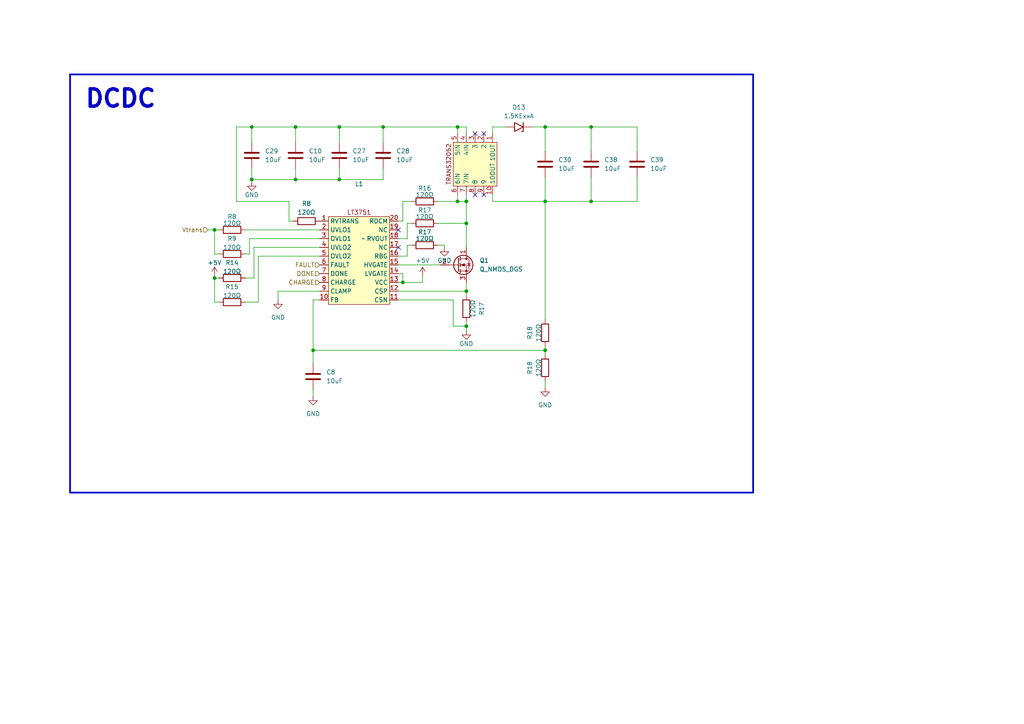
<source format=kicad_sch>
(kicad_sch (version 20230121) (generator eeschema)
  (paper "A4")
  (lib_symbols
    (symbol "DCDC:32052"
      (symbol "32052_1_1"
        (rectangle (start -6.35 7.62) (end 6.35 -5.08) (fill (type background)))
        (text "TRANS32052" (at 0 8.89 0) (effects (font (size 1.27 1.27))))
        (pin input line (at 8.89 -3.81 180) (length 2.54) (name "1OUT") (number "1"))
        (pin input line (at -8.89 -3.81 0) (length 2.54) (name "10OUT") (number "10"))
        (pin input line (at 8.89 -1.27 180) (length 2.54) (name "2") (number "2"))
        (pin input line (at 8.89 1.27 180) (length 2.54) (name "3") (number "3"))
        (pin input line (at 8.89 3.81 180) (length 2.54) (name "4IN") (number "4"))
        (pin input line (at 8.89 6.35 180) (length 2.54) (name "5IN") (number "5"))
        (pin input line (at -8.89 6.35 0) (length 2.54) (name "6IN") (number "6"))
        (pin input line (at -8.89 3.81 0) (length 2.54) (name "7IN") (number "7"))
        (pin input line (at -8.89 1.27 0) (length 2.54) (name "8") (number "8"))
        (pin input line (at -8.89 -1.27 0) (length 2.54) (name "9") (number "9"))
      )
    )
    (symbol "DCDC:LT3751"
      (property "Reference" "L" (at 1.27 6.35 0))
      (symbol "LT3751_1_1"
        (rectangle (start -8.89 12.7) (end 8.89 -12.7) (fill (type background)))
        (text "LT3751" (at 0 13.97 0) (effects (font (size 1.27 1.27))))
        (pin input line (at -11.43 11.43 0) (length 2.54) (name "RVTRANS") (number "1"))
        (pin input line (at -11.43 -11.43 0) (length 2.54) (name "FB") (number "10"))
        (pin input line (at 11.43 -11.43 180) (length 2.54) (name "CSN") (number "11"))
        (pin input line (at 11.43 -8.89 180) (length 2.54) (name "CSP") (number "12"))
        (pin input line (at 11.43 -6.35 180) (length 2.54) (name "VCC") (number "13"))
        (pin input line (at 11.43 -3.81 180) (length 2.54) (name "LVGATE") (number "14"))
        (pin input line (at 11.43 -1.27 180) (length 2.54) (name "HVGATE") (number "15"))
        (pin input line (at 11.43 1.27 180) (length 2.54) (name "RBG") (number "16"))
        (pin input line (at 11.43 3.81 180) (length 2.54) (name "NC") (number "17"))
        (pin input line (at 11.43 6.35 180) (length 2.54) (name "RVOUT") (number "18"))
        (pin input line (at 11.43 8.89 180) (length 2.54) (name "NC") (number "19"))
        (pin input line (at -11.43 8.89 0) (length 2.54) (name "UVLO1") (number "2"))
        (pin input line (at 11.43 11.43 180) (length 2.54) (name "RDCM") (number "20"))
        (pin input line (at -11.43 6.35 0) (length 2.54) (name "OVLO1") (number "3"))
        (pin input line (at -11.43 3.81 0) (length 2.54) (name "UVLO2") (number "4"))
        (pin input line (at -11.43 1.27 0) (length 2.54) (name "OVLO2") (number "5"))
        (pin input line (at -11.43 -1.27 0) (length 2.54) (name "FAULT") (number "6"))
        (pin input line (at -11.43 -3.81 0) (length 2.54) (name "DONE") (number "7"))
        (pin input line (at -11.43 -6.35 0) (length 2.54) (name "CHARGE") (number "8"))
        (pin input line (at -11.43 -8.89 0) (length 2.54) (name "CLAMP") (number "9"))
      )
    )
    (symbol "Device:C" (pin_numbers hide) (pin_names (offset 0.254))
      (property "Reference" "C" (at 0.635 2.54 0))
      (property "Value" "C" (at 0.635 -2.54 0))
      (symbol "C_0_1"
        (polyline (pts (xy -2.032 -0.762) (xy 2.032 -0.762)) (stroke (width 0.508)))
        (polyline (pts (xy -2.032 0.762) (xy 2.032 0.762)) (stroke (width 0.508)))
      )
      (symbol "C_1_1"
        (pin passive line (at 0 3.81 270) (length 2.794) (name "~") (number "1"))
        (pin passive line (at 0 -3.81 90) (length 2.794) (name "~") (number "2"))
      )
    )
    (symbol "Device:Q_NMOS_DGS" (pin_names (offset 0) hide)
      (property "Reference" "Q" (at 5.08 1.27 0))
      (property "Value" "Q_NMOS_DGS" (at 5.08 -1.27 0))
      (symbol "Q_NMOS_DGS_0_1"
        (polyline (pts (xy 0.254 0) (xy -2.54 0)))
        (polyline (pts (xy 0.254 1.905) (xy 0.254 -1.905)) (stroke (width 0.254)))
        (polyline (pts (xy 0.762 -1.27) (xy 0.762 -2.286)) (stroke (width 0.254)))
        (polyline (pts (xy 0.762 0.508) (xy 0.762 -0.508)) (stroke (width 0.254)))
        (polyline (pts (xy 0.762 2.286) (xy 0.762 1.27)) (stroke (width 0.254)))
        (polyline (pts (xy 2.54 2.54) (xy 2.54 1.778)))
        (polyline (pts (xy 2.54 -2.54) (xy 2.54 0) (xy 0.762 0)))
        (polyline (pts (xy 0.762 -1.778) (xy 3.302 -1.778) (xy 3.302 1.778) (xy 0.762 1.778)))
        (polyline (pts (xy 1.016 0) (xy 2.032 0.381) (xy 2.032 -0.381) (xy 1.016 0)) (fill (type outline)))
        (polyline (pts (xy 2.794 0.508) (xy 2.921 0.381) (xy 3.683 0.381) (xy 3.81 0.254)))
        (polyline (pts (xy 3.302 0.381) (xy 2.921 -0.254) (xy 3.683 -0.254) (xy 3.302 0.381)))
        (circle (center 1.651 0) (radius 2.794) (stroke (width 0.254)))
        (circle (center 2.54 -1.778) (radius 0.254) (fill (type outline)))
        (circle (center 2.54 1.778) (radius 0.254) (fill (type outline)))
      )
      (symbol "Q_NMOS_DGS_1_1"
        (pin passive line (at 2.54 5.08 270) (length 2.54) (name "D") (number "1"))
        (pin input line (at -5.08 0 0) (length 2.54) (name "G") (number "2"))
        (pin passive line (at 2.54 -5.08 90) (length 2.54) (name "S") (number "3"))
      )
    )
    (symbol "Device:R" (pin_numbers hide) (pin_names (offset 0))
      (property "Reference" "R" (at 2.032 0 90))
      (property "Value" "R" (at 0 0 90))
      (symbol "R_0_1"
        (rectangle (start -1.016 -2.54) (end 1.016 2.54) (stroke (width 0.254)))
      )
      (symbol "R_1_1"
        (pin passive line (at 0 3.81 270) (length 1.27) (name "~") (number "1"))
        (pin passive line (at 0 -3.81 90) (length 1.27) (name "~") (number "2"))
      )
    )
    (symbol "Diode:1.5KExxA" (pin_numbers hide) (pin_names (offset 1.016) hide)
      (property "Reference" "D" (at 0 2.54 0))
      (property "Value" "1.5KExxA" (at 0 -2.54 0))
      (symbol "1.5KExxA_0_1"
        (polyline (pts (xy -0.762 1.27) (xy -1.27 1.27) (xy -1.27 -1.27)) (stroke (width 0.254)))
        (polyline (pts (xy 1.27 1.27) (xy 1.27 -1.27) (xy -1.27 0) (xy 1.27 1.27)) (stroke (width 0.254)))
      )
      (symbol "1.5KExxA_1_1"
        (pin passive line (at -3.81 0 0) (length 2.54) (name "A1") (number "1"))
        (pin passive line (at 3.81 0 180) (length 2.54) (name "A2") (number "2"))
      )
    )
    (symbol "power:+5V" (power) (pin_names (offset 0))
      (property "Value" "+5V" (at 0 3.556 0))
      (symbol "+5V_0_1"
        (polyline (pts (xy -0.762 1.27) (xy 0 2.54)))
        (polyline (pts (xy 0 0) (xy 0 2.54)))
        (polyline (pts (xy 0 2.54) (xy 0.762 1.27)))
      )
      (symbol "+5V_1_1"
        (pin power_in line (at 0 0 90) (length 0) hide (name "+5V") (number "1"))
      )
    )
    (symbol "power:GND" (power) (pin_names (offset 0))
      (property "Value" "GND" (at 0 -3.81 0))
      (symbol "GND_0_1"
        (polyline (pts (xy 0 0) (xy 0 -1.27) (xy 1.27 -1.27) (xy 0 -2.54) (xy -1.27 -1.27) (xy 0 -1.27)))
      )
      (symbol "GND_1_1"
        (pin power_in line (at 0 0 270) (length 0) hide (name "GND") (number "1"))
      )
    )
  )
  (junction (at 158.115 58.42))
  (junction (at 85.725 36.83))
  (junction (at 116.84 81.915))
  (junction (at 62.23 66.675))
  (junction (at 171.45 36.83))
  (junction (at 98.425 52.07))
  (junction (at 135.255 94.615))
  (junction (at 73.025 36.83))
  (junction (at 132.715 36.83))
  (junction (at 158.115 36.83))
  (junction (at 73.025 52.07))
  (junction (at 135.255 84.455))
  (junction (at 135.255 58.42))
  (junction (at 62.23 80.645))
  (junction (at 90.805 101.6))
  (junction (at 158.115 101.6))
  (junction (at 135.255 64.77))
  (junction (at 111.125 36.83))
  (junction (at 85.725 52.07))
  (junction (at 132.715 58.42))
  (junction (at 98.425 36.83))
  (junction (at 171.45 58.42))
  (no_connect (at 115.57 66.675))
  (no_connect (at 115.57 71.755))
  (no_connect (at 140.335 56.515))
  (no_connect (at 137.795 56.515))
  (no_connect (at 140.335 38.735))
  (no_connect (at 137.795 38.735))
  (wire (pts (xy 98.425 52.07) (xy 85.725 52.07)))
  (wire (pts (xy 184.785 58.42) (xy 171.45 58.42)))
  (wire (pts (xy 85.725 36.83) (xy 98.425 36.83)))
  (wire (pts (xy 116.84 58.42) (xy 119.38 58.42)))
  (wire (pts (xy 62.23 73.66) (xy 63.5 73.66)))
  (wire (pts (xy 132.715 58.42) (xy 135.255 58.42)))
  (wire (pts (xy 135.255 84.455) (xy 135.255 81.915)))
  (wire (pts (xy 118.11 64.77) (xy 118.11 69.215)))
  (wire (pts (xy 111.125 36.83) (xy 111.125 41.275)))
  (wire (pts (xy 158.115 36.83) (xy 158.115 43.815)))
  (wire (pts (xy 98.425 48.895) (xy 98.425 52.07)))
  (wire (pts (xy 131.445 94.615) (xy 135.255 94.615)))
  (wire (pts (xy 122.555 81.915) (xy 116.84 81.915)))
  (wire (pts (xy 72.39 73.66) (xy 71.12 73.66)))
  (wire (pts (xy 158.115 101.6) (xy 158.115 102.87)))
  (wire (pts (xy 74.93 74.295) (xy 74.93 87.63)))
  (wire (pts (xy 127 58.42) (xy 132.715 58.42)))
  (wire (pts (xy 171.45 58.42) (xy 158.115 58.42)))
  (wire (pts (xy 62.23 80.645) (xy 63.5 80.645)))
  (wire (pts (xy 73.025 52.705) (xy 73.025 52.07)))
  (wire (pts (xy 83.82 58.42) (xy 83.82 64.135)))
  (wire (pts (xy 142.875 58.42) (xy 158.115 58.42)))
  (wire (pts (xy 135.255 36.83) (xy 132.715 36.83)))
  (wire (pts (xy 184.785 36.83) (xy 184.785 43.815)))
  (wire (pts (xy 85.725 52.07) (xy 85.725 48.895)))
  (wire (pts (xy 127 71.12) (xy 128.905 71.12)))
  (wire (pts (xy 74.93 87.63) (xy 71.12 87.63)))
  (wire (pts (xy 135.255 84.455) (xy 135.255 85.725)))
  (wire (pts (xy 122.555 80.01) (xy 122.555 81.915)))
  (wire (pts (xy 118.11 69.215) (xy 115.57 69.215)))
  (wire (pts (xy 62.23 80.645) (xy 62.23 87.63)))
  (wire (pts (xy 115.57 79.375) (xy 116.84 79.375)))
  (wire (pts (xy 131.445 86.995) (xy 131.445 94.615)))
  (wire (pts (xy 115.57 64.135) (xy 116.84 64.135)))
  (wire (pts (xy 90.805 101.6) (xy 90.805 105.41)))
  (wire (pts (xy 115.57 84.455) (xy 135.255 84.455)))
  (wire (pts (xy 71.12 80.645) (xy 73.66 80.645)))
  (wire (pts (xy 116.84 81.915) (xy 115.57 81.915)))
  (wire (pts (xy 142.875 56.515) (xy 142.875 58.42)))
  (wire (pts (xy 72.39 69.215) (xy 92.71 69.215)))
  (wire (pts (xy 98.425 36.83) (xy 111.125 36.83)))
  (wire (pts (xy 118.11 64.77) (xy 119.38 64.77)))
  (wire (pts (xy 60.325 66.675) (xy 62.23 66.675)))
  (wire (pts (xy 135.255 38.735) (xy 135.255 36.83)))
  (wire (pts (xy 132.715 36.83) (xy 132.715 38.735)))
  (wire (pts (xy 128.905 71.12) (xy 128.905 71.755)))
  (wire (pts (xy 135.255 64.77) (xy 135.255 71.755)))
  (wire (pts (xy 116.84 79.375) (xy 116.84 81.915)))
  (wire (pts (xy 184.785 51.435) (xy 184.785 58.42)))
  (wire (pts (xy 111.125 52.07) (xy 111.125 48.895)))
  (wire (pts (xy 116.84 64.135) (xy 116.84 58.42)))
  (wire (pts (xy 80.645 86.995) (xy 80.645 84.455)))
  (wire (pts (xy 154.305 36.83) (xy 158.115 36.83)))
  (wire (pts (xy 115.57 76.835) (xy 127.635 76.835)))
  (wire (pts (xy 73.66 80.645) (xy 73.66 71.755)))
  (wire (pts (xy 68.58 58.42) (xy 68.58 36.83)))
  (wire (pts (xy 83.82 64.135) (xy 85.09 64.135)))
  (wire (pts (xy 85.725 36.83) (xy 85.725 41.275)))
  (wire (pts (xy 118.11 71.12) (xy 119.38 71.12)))
  (wire (pts (xy 158.115 110.49) (xy 158.115 112.395)))
  (wire (pts (xy 80.645 84.455) (xy 92.71 84.455)))
  (wire (pts (xy 68.58 36.83) (xy 73.025 36.83)))
  (wire (pts (xy 73.025 48.895) (xy 73.025 52.07)))
  (wire (pts (xy 90.805 86.995) (xy 92.71 86.995)))
  (wire (pts (xy 62.23 80.01) (xy 62.23 80.645)))
  (wire (pts (xy 135.255 58.42) (xy 135.255 56.515)))
  (wire (pts (xy 142.875 38.735) (xy 142.875 36.83)))
  (wire (pts (xy 132.715 56.515) (xy 132.715 58.42)))
  (wire (pts (xy 115.57 86.995) (xy 131.445 86.995)))
  (wire (pts (xy 72.39 69.215) (xy 72.39 73.66)))
  (wire (pts (xy 135.255 58.42) (xy 135.255 64.77)))
  (wire (pts (xy 71.12 66.675) (xy 92.71 66.675)))
  (wire (pts (xy 62.23 66.675) (xy 63.5 66.675)))
  (wire (pts (xy 111.125 36.83) (xy 132.715 36.83)))
  (wire (pts (xy 158.115 36.83) (xy 171.45 36.83)))
  (wire (pts (xy 62.23 87.63) (xy 63.5 87.63)))
  (wire (pts (xy 158.115 58.42) (xy 158.115 51.435)))
  (wire (pts (xy 171.45 51.435) (xy 171.45 58.42)))
  (wire (pts (xy 135.255 93.345) (xy 135.255 94.615)))
  (wire (pts (xy 142.875 36.83) (xy 146.685 36.83)))
  (wire (pts (xy 135.255 94.615) (xy 135.255 95.885)))
  (wire (pts (xy 115.57 74.295) (xy 118.11 74.295)))
  (wire (pts (xy 158.115 100.33) (xy 158.115 101.6)))
  (wire (pts (xy 73.025 52.07) (xy 85.725 52.07)))
  (wire (pts (xy 62.23 66.675) (xy 62.23 73.66)))
  (wire (pts (xy 90.805 113.03) (xy 90.805 114.935)))
  (wire (pts (xy 73.66 71.755) (xy 92.71 71.755)))
  (wire (pts (xy 74.93 74.295) (xy 92.71 74.295)))
  (wire (pts (xy 98.425 36.83) (xy 98.425 41.275)))
  (wire (pts (xy 127 64.77) (xy 135.255 64.77)))
  (wire (pts (xy 90.805 86.995) (xy 90.805 101.6)))
  (wire (pts (xy 83.82 58.42) (xy 68.58 58.42)))
  (wire (pts (xy 158.115 58.42) (xy 158.115 92.71)))
  (wire (pts (xy 171.45 36.83) (xy 171.45 43.815)))
  (wire (pts (xy 90.805 101.6) (xy 158.115 101.6)))
  (wire (pts (xy 118.11 74.295) (xy 118.11 71.12)))
  (wire (pts (xy 98.425 52.07) (xy 111.125 52.07)))
  (wire (pts (xy 171.45 36.83) (xy 184.785 36.83)))
  (wire (pts (xy 73.025 41.275) (xy 73.025 36.83)))
  (wire (pts (xy 73.025 36.83) (xy 85.725 36.83)))
  (text_box "DCDC" (at 20.32 21.59 0) (size 198.12 121.285) (stroke (width 0.5)) (effects (font (size 5 5) (thickness 1) bold) (justify left top)))
  (hierarchical_label "CHARGE" (shape input) (at 92.71 81.915 180))
  (hierarchical_label "FAULT" (shape input) (at 92.71 76.835 180))
  (hierarchical_label "Vtrans" (shape input) (at 60.325 66.675 180))
  (hierarchical_label "DONE" (shape input) (at 92.71 79.375 180))
  (symbol (lib_id "power:GND") (at 128.905 71.755 0) (unit 1)
    (property "Reference" "#PWR03" (effects hide))
    (property "Value" "GND" (at 128.905 75.565 0))
    (instances (project "231107_ssl_subboard_v1.0" (path "" (reference "#PWR03") (unit 1)) (path "" (reference "#PWR045") (unit 1))))
  )
  (symbol (lib_id "Device:R") (at 67.31 80.645 90) (unit 1)
    (property "Reference" "R14" (at 67.31 76.2 90))
    (property "Value" "120Ω" (at 67.31 78.74 90))
    (property "Footprint" "Resistor_SMD:R_2512_6332Metric" (effects hide))
    (instances (project "231107_ssl_subboard_v1.0" (path "" (reference "R14") (unit 1)) (path "" (reference "R14") (unit 1))) (project "dcdc0603" (path "" (reference "RSOURCE1") (unit 1))))
  )
  (symbol (lib_id "Device:Q_NMOS_DGS") (at 132.715 76.835 0) (unit 1)
    (property "Reference" "Q1" (at 139.065 75.565 0) (effects (justify left)))
    (property "Value" "Q_NMOS_DGS" (at 139.065 78.105 0) (effects (justify left)))
  )
  (symbol (lib_id "Device:R") (at 135.255 89.535 0) (unit 1)
    (property "Reference" "R17" (at 139.7 89.535 90))
    (property "Value" "120Ω" (at 137.16 89.535 90))
    (property "Footprint" "Resistor_SMD:R_2512_6332Metric" (effects hide))
    (instances (project "231107_ssl_subboard_v1.0" (path "" (reference "R17") (unit 1)) (path "" (reference "R18") (unit 1))) (project "dcdc0603" (path "" (reference "RSOURCE1") (unit 1))))
  )
  (symbol (lib_id "Device:C") (at 171.45 47.625 0) (unit 1)
    (property "Reference" "C38" (at 175.26 46.355 0) (effects (justify left)))
    (property "Value" "10uF" (at 175.26 48.895 0) (effects (justify left)))
    (property "Footprint" "C_0603_1608Metric" (effects hide))
  )
  (symbol (lib_id "power:GND") (at 73.025 52.705 0) (unit 1)
    (property "Reference" "#PWR03" (effects hide))
    (property "Value" "GND" (at 73.025 56.515 0))
    (instances (project "231107_ssl_subboard_v1.0" (path "" (reference "#PWR03") (unit 1)) (path "" (reference "#PWR052") (unit 1))))
  )
  (symbol (lib_id "power:GND") (at 90.805 114.935 0) (unit 1)
    (property "Reference" "#PWR03" (effects hide))
    (property "Value" "GND" (at 90.805 120.015 0))
    (instances (project "231107_ssl_subboard_v1.0" (path "" (reference "#PWR03") (unit 1)) (path "" (reference "#PWR050") (unit 1))))
  )
  (symbol (lib_id "Device:R") (at 158.115 106.68 180) (unit 1)
    (property "Reference" "R18" (at 153.67 106.68 90))
    (property "Value" "120Ω" (at 156.21 106.68 90))
    (property "Footprint" "Resistor_SMD:R_2512_6332Metric" (effects hide))
    (instances (project "231107_ssl_subboard_v1.0" (path "" (reference "R18") (unit 1)) (path "" (reference "R20") (unit 1))) (project "dcdc0603" (path "" (reference "RSOURCE1") (unit 1))))
  )
  (symbol (lib_id "Device:C") (at 98.425 45.085 0) (unit 1)
    (property "Reference" "C27" (at 102.235 43.815 0) (effects (justify left)))
    (property "Value" "10uF" (at 102.235 46.355 0) (effects (justify left)))
    (property "Footprint" "C_0603_1608Metric" (effects hide))
  )
  (symbol (lib_id "Device:R") (at 67.31 87.63 90) (unit 1)
    (property "Reference" "R15" (at 67.31 83.185 90))
    (property "Value" "120Ω" (at 67.31 85.725 90))
    (property "Footprint" "Resistor_SMD:R_2512_6332Metric" (effects hide))
    (instances (project "231107_ssl_subboard_v1.0" (path "" (reference "R15") (unit 1)) (path "" (reference "R15") (unit 1))) (project "dcdc0603" (path "" (reference "RSOURCE1") (unit 1))))
  )
  (symbol (lib_id "power:GND") (at 80.645 86.995 0) (unit 1)
    (property "Reference" "#PWR03" (effects hide))
    (property "Value" "GND" (at 80.645 92.075 0))
    (instances (project "231107_ssl_subboard_v1.0" (path "" (reference "#PWR03") (unit 1)) (path "" (reference "#PWR049") (unit 1))))
  )
  (symbol (lib_id "Device:C") (at 90.805 109.22 0) (unit 1)
    (property "Reference" "C8" (at 94.615 107.95 0) (effects (justify left)))
    (property "Value" "10uF" (at 94.615 110.49 0) (effects (justify left)))
    (property "Footprint" "C_0603_1608Metric" (effects hide))
    (instances (project "231107_ssl_subboard_v1.0" (path "" (reference "C8") (unit 1)) (path "" (reference "C40") (unit 1))))
  )
  (symbol (lib_id "DCDC:LT3751") (at 104.14 75.565 0) (unit 1)
    (property "Reference" "L1" (at 104.14 53.34 0))
    (property "Value" "~" (at 105.41 69.215 0))
  )
  (symbol (lib_id "Device:C") (at 184.785 47.625 0) (unit 1)
    (property "Reference" "C39" (at 188.595 46.355 0) (effects (justify left)))
    (property "Value" "10uF" (at 188.595 48.895 0) (effects (justify left)))
    (property "Footprint" "C_0603_1608Metric" (effects hide))
  )
  (symbol (lib_id "Device:R") (at 123.19 64.77 90) (unit 1)
    (property "Reference" "R17" (at 123.19 60.96 90))
    (property "Value" "120Ω" (at 123.19 62.865 90))
    (property "Footprint" "Resistor_SMD:R_2512_6332Metric" (effects hide))
    (instances (project "231107_ssl_subboard_v1.0" (path "" (reference "R17") (unit 1)) (path "" (reference "R17") (unit 1))) (project "dcdc0603" (path "" (reference "RSOURCE1") (unit 1))))
  )
  (symbol (lib_id "DCDC:32052") (at 139.065 47.625 90) (unit 1)
    (property "Reference" "U4" (effects hide))
    (property "Footprint" "DCDC1_library:32052" (effects hide))
    (property "Datasheet" "https://www.we-online.com/components/products/datasheet/750032052.pdf" (effects hide))
  )
  (symbol (lib_id "Device:R") (at 88.9 64.135 90) (unit 1)
    (property "Reference" "R8" (at 88.9 59.055 90))
    (property "Value" "120Ω" (at 88.9 61.595 90))
    (property "Footprint" "Resistor_SMD:R_2512_6332Metric" (effects hide))
    (instances (project "231107_ssl_subboard_v1.0" (path "" (reference "R8") (unit 1)) (path "" (reference "R21") (unit 1))) (project "dcdc0603" (path "" (reference "RSOURCE1") (unit 1))))
  )
  (symbol (lib_id "power:GND") (at 158.115 112.395 0) (unit 1)
    (property "Reference" "#PWR03" (effects hide))
    (property "Value" "GND" (at 158.115 117.475 0))
    (instances (project "231107_ssl_subboard_v1.0" (path "" (reference "#PWR03") (unit 1)) (path "" (reference "#PWR051") (unit 1))))
  )
  (symbol (lib_id "Device:R") (at 158.115 96.52 180) (unit 1)
    (property "Reference" "R18" (at 153.67 96.52 90))
    (property "Value" "120Ω" (at 156.21 96.52 90))
    (property "Footprint" "Resistor_SMD:R_2512_6332Metric" (effects hide))
    (instances (project "231107_ssl_subboard_v1.0" (path "" (reference "R18") (unit 1)) (path "" (reference "R19") (unit 1))) (project "dcdc0603" (path "" (reference "RSOURCE1") (unit 1))))
  )
  (symbol (lib_id "Diode:1.5KExxA") (at 150.495 36.83 180) (unit 1)
    (property "Reference" "D13" (at 150.495 31.115 0))
    (property "Value" "1.5KExxA" (at 150.495 33.655 0))
    (property "Footprint" "Diode_THT:D_DO-201AE_P15.24mm_Horizontal" (effects hide))
    (property "Datasheet" "https://www.vishay.com/docs/88301/15ke.pdf" (effects hide))
  )
  (symbol (lib_id "Device:R") (at 67.31 73.66 90) (unit 1)
    (property "Reference" "R9" (at 67.31 69.215 90))
    (property "Value" "120Ω" (at 67.31 71.755 90))
    (property "Footprint" "Resistor_SMD:R_2512_6332Metric" (effects hide))
    (instances (project "231107_ssl_subboard_v1.0" (path "" (reference "R9") (unit 1)) (path "" (reference "R9") (unit 1))) (project "dcdc0603" (path "" (reference "RSOURCE1") (unit 1))))
  )
  (symbol (lib_id "power:+5V") (at 62.23 80.01 0) (unit 1)
    (property "Reference" "#PWR03" (effects hide))
    (property "Value" "+5V" (at 62.23 76.2 0))
  )
  (symbol (lib_id "power:+5V") (at 122.555 80.01 0) (unit 1)
    (property "Reference" "#PWR056" (effects hide))
    (property "Value" "+5V" (at 122.555 75.565 0))
  )
  (symbol (lib_id "Device:C") (at 111.125 45.085 0) (unit 1)
    (property "Reference" "C28" (at 114.935 43.815 0) (effects (justify left)))
    (property "Value" "10uF" (at 114.935 46.355 0) (effects (justify left)))
    (property "Footprint" "C_0603_1608Metric" (effects hide))
  )
  (symbol (lib_id "Device:R") (at 123.19 58.42 90) (unit 1)
    (property "Reference" "R16" (at 123.19 54.61 90))
    (property "Value" "120Ω" (at 123.19 56.515 90))
    (property "Footprint" "Resistor_SMD:R_2512_6332Metric" (effects hide))
    (instances (project "231107_ssl_subboard_v1.0" (path "" (reference "R16") (unit 1)) (path "" (reference "R16") (unit 1))) (project "dcdc0603" (path "" (reference "RSOURCE1") (unit 1))))
  )
  (symbol (lib_id "Device:C") (at 85.725 45.085 0) (unit 1)
    (property "Reference" "C10" (at 89.535 43.815 0) (effects (justify left)))
    (property "Value" "10uF" (at 89.535 46.355 0) (effects (justify left)))
    (property "Footprint" "C_0603_1608Metric" (effects hide))
  )
  (symbol (lib_id "power:GND") (at 135.255 95.885 0) (unit 1)
    (property "Reference" "#PWR03" (effects hide))
    (property "Value" "GND" (at 135.255 99.695 0))
    (instances (project "231107_ssl_subboard_v1.0" (path "" (reference "#PWR03") (unit 1)) (path "" (reference "#PWR09") (unit 1))))
  )
  (symbol (lib_id "Device:C") (at 73.025 45.085 0) (unit 1)
    (property "Reference" "C29" (at 76.835 43.815 0) (effects (justify left)))
    (property "Value" "10uF" (at 76.835 46.355 0) (effects (justify left)))
    (property "Footprint" "C_0603_1608Metric" (effects hide))
    (instances (project "231107_ssl_subboard_v1.0" (path "" (reference "C29") (unit 1)) (path "" (reference "C8") (unit 1))))
  )
  (symbol (lib_id "Device:C") (at 158.115 47.625 0) (unit 1)
    (property "Reference" "C30" (at 161.925 46.355 0) (effects (justify left)))
    (property "Value" "10uF" (at 161.925 48.895 0) (effects (justify left)))
    (property "Footprint" "C_0603_1608Metric" (effects hide))
  )
  (symbol (lib_id "Device:R") (at 67.31 66.675 90) (unit 1)
    (property "Reference" "R8" (at 67.31 62.865 90))
    (property "Value" "120Ω" (at 67.31 64.77 90))
    (property "Footprint" "Resistor_SMD:R_2512_6332Metric" (effects hide))
    (instances (project "231107_ssl_subboard_v1.0" (path "" (reference "R8") (unit 1)) (path "" (reference "R8") (unit 1))) (project "dcdc0603" (path "" (reference "RSOURCE1") (unit 1))))
  )
  (symbol (lib_id "Device:R") (at 123.19 71.12 90) (unit 1)
    (property "Reference" "R17" (at 123.19 67.31 90))
    (property "Value" "120Ω" (at 123.19 69.215 90))
    (property "Footprint" "Resistor_SMD:R_2512_6332Metric" (effects hide))
    (instances (project "231107_ssl_subboard_v1.0" (path "" (reference "R17") (unit 1)) (path "" (reference "R22") (unit 1))) (project "dcdc0603" (path "" (reference "RSOURCE1") (unit 1))))
  )
)
</source>
